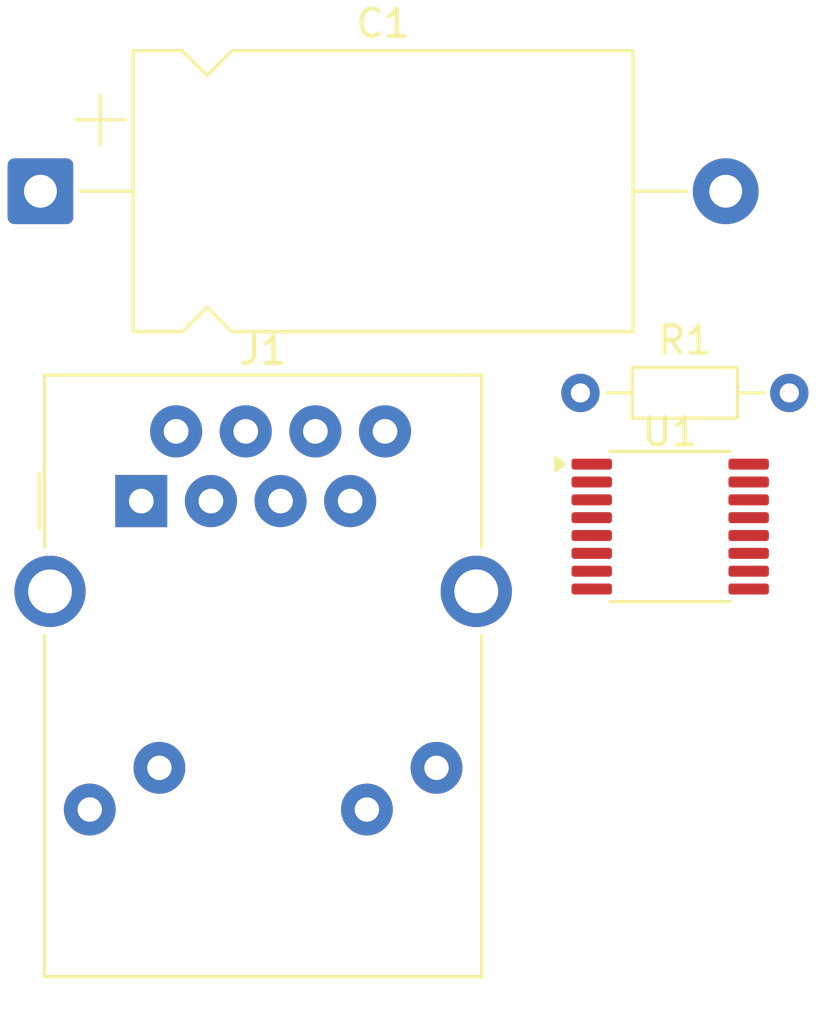
<source format=kicad_pcb>
(kicad_pcb (version 20241229) (generator "pcbnew") (generator_version "9.0")
  (layers (0 "F.Cu" signal) (2 "B.Cu" signal) (13 "F.Paste" user) (15 "B.Paste" user) (5 "F.SilkS" user "F.Silkscreen") (7 "B.SilkS" user "B.Silkscreen") (1 "F.Mask" user) (3 "B.Mask" user) (25 "Edge.Cuts" user))
  (net 0 "")
  (footprint "Connector_RJ:RJ45_Amphenol_RJMG1BD3B8K1ANR" (layer "F.Cu") (at 101.6675 72.995)
    (property "Reference" "J1" (at 4.445 -5.49 0) (layer "F.SilkS"))
    (property "Value" "8P8C_LED")
    (fp_line (start -3.73 -1) (end -3.73 1) (stroke (width 0.12)) (layer "F.SilkS"))
    (fp_line (start -3.53 -4.59) (end 12.42 -4.59) (stroke (width 0.12)) (layer "F.SilkS"))
    (fp_line (start -3.53 1.69) (end -3.53 -4.59) (stroke (width 0.12)) (layer "F.SilkS"))
    (fp_line (start -3.53 17.33) (end -3.53 4.89) (stroke (width 0.12)) (layer "F.SilkS"))
    (fp_line (start 12.42 -4.59) (end 12.42 1.69) (stroke (width 0.12)) (layer "F.SilkS"))
    (fp_line (start 12.42 4.89) (end 12.42 17.33) (stroke (width 0.12)) (layer "F.SilkS"))
    (fp_line (start 12.42 17.33) (end -3.53 17.33) (stroke (width 0.12)) (layer "F.SilkS"))
    (pad "" np_thru_hole circle (at -1.27 6.34) (size 3.25 3.25) (drill 3.25) (layers "*.Cu" "*.Mask"))
    (pad "" np_thru_hole circle (at 10.16 6.34) (size 3.25 3.25) (drill 3.25) (layers "*.Cu" "*.Mask"))
    (pad "L1" thru_hole circle (at 10.77 9.72) (size 1.89 1.89) (drill 0.89) (layers "*.Cu" "*.Mask"))
    (pad "L2" thru_hole circle (at 8.23 11.24) (size 1.89 1.89) (drill 0.89) (layers "*.Cu" "*.Mask"))
    (pad "L3" thru_hole circle (at 0.66 9.72) (size 1.89 1.89) (drill 0.89) (layers "*.Cu" "*.Mask"))
    (pad "L4" thru_hole circle (at -1.88 11.24) (size 1.89 1.89) (drill 0.89) (layers "*.Cu" "*.Mask"))
    (pad "R1" thru_hole rect (at 0 0) (size 1.9 1.9) (drill 0.9) (layers "*.Cu" "*.Mask"))
    (pad "R2" thru_hole circle (at 1.27 -2.54) (size 1.9 1.9) (drill 0.9) (layers "*.Cu" "*.Mask"))
    (pad "R3" thru_hole circle (at 2.54 0) (size 1.9 1.9) (drill 0.9) (layers "*.Cu" "*.Mask"))
    (pad "R4" thru_hole circle (at 3.81 -2.54) (size 1.9 1.9) (drill 0.9) (layers "*.Cu" "*.Mask"))
    (pad "R5" thru_hole circle (at 5.08 0) (size 1.9 1.9) (drill 0.9) (layers "*.Cu" "*.Mask"))
    (pad "R6" thru_hole circle (at 6.35 -2.54) (size 1.9 1.9) (drill 0.9) (layers "*.Cu" "*.Mask"))
    (pad "R7" thru_hole circle (at 7.62 0) (size 1.9 1.9) (drill 0.9) (layers "*.Cu" "*.Mask"))
    (pad "R8" thru_hole circle (at 8.89 -2.54) (size 1.9 1.9) (drill 0.9) (layers "*.Cu" "*.Mask"))
    (pad "SH" thru_hole circle (at -3.33 3.29) (size 2.6 2.6) (drill 1.6) (layers "*.Cu" "*.Mask"))
    (pad "SH" thru_hole circle (at 12.22 3.29) (size 2.6 2.6) (drill 1.6) (layers "*.Cu" "*.Mask"))
  )
  (footprint "Capacitor_THT:CP_Axial_L18.0mm_D10.0mm_P25.00mm_Horizontal" (layer "F.Cu") (at 97.9875 61.705)
    (property "Reference" "C1" (at 12.5 -6.12 0) (layer "F.SilkS"))
    (property "Value" "C")
    (fp_line (start 1.28 -2.6) (end 3.08 -2.6) (stroke (width 0.12)) (layer "F.SilkS"))
    (fp_line (start 1.44 0) (end 3.38 0) (stroke (width 0.12)) (layer "F.SilkS"))
    (fp_line (start 2.18 -3.5) (end 2.18 -1.7) (stroke (width 0.12)) (layer "F.SilkS"))
    (fp_line (start 3.38 -5.12) (end 3.38 5.12) (stroke (width 0.12)) (layer "F.SilkS"))
    (fp_line (start 3.38 -5.12) (end 5.18 -5.12) (stroke (width 0.12)) (layer "F.SilkS"))
    (fp_line (start 3.38 5.12) (end 5.18 5.12) (stroke (width 0.12)) (layer "F.SilkS"))
    (fp_line (start 5.18 -5.12) (end 6.08 -4.22) (stroke (width 0.12)) (layer "F.SilkS"))
    (fp_line (start 5.18 5.12) (end 6.08 4.22) (stroke (width 0.12)) (layer "F.SilkS"))
    (fp_line (start 6.08 -4.22) (end 6.98 -5.12) (stroke (width 0.12)) (layer "F.SilkS"))
    (fp_line (start 6.08 4.22) (end 6.98 5.12) (stroke (width 0.12)) (layer "F.SilkS"))
    (fp_line (start 6.98 -5.12) (end 21.62 -5.12) (stroke (width 0.12)) (layer "F.SilkS"))
    (fp_line (start 6.98 5.12) (end 21.62 5.12) (stroke (width 0.12)) (layer "F.SilkS"))
    (fp_line (start 21.62 -5.12) (end 21.62 5.12) (stroke (width 0.12)) (layer "F.SilkS"))
    (fp_line (start 23.56 0) (end 21.62 0) (stroke (width 0.12)) (layer "F.SilkS"))
    (pad "1" thru_hole roundrect (at 0 0) (size 2.4 2.4) (drill 1.2) (layers "*.Cu" "*.Mask") (roundrect_rratio 0.104167))
    (pad "2" thru_hole circle (at 25 0) (size 2.4 2.4) (drill 1.2) (layers "*.Cu" "*.Mask"))
  )
  (footprint "Resistor_THT:R_Axial_DIN0204_L3.6mm_D1.6mm_P7.62mm_Horizontal" (layer "F.Cu") (at 117.6875 69.055)
    (property "Reference" "R1" (at 3.81 -1.92 0) (layer "F.SilkS"))
    (property "Value" "R_US")
    (fp_line (start 0.94 0) (end 1.89 0) (stroke (width 0.12)) (layer "F.SilkS"))
    (fp_line (start 6.68 0) (end 5.73 0) (stroke (width 0.12)) (layer "F.SilkS"))
    (fp_rect (start 1.89 -0.92) (end 5.73 0.92) (stroke (width 0.12)) (fill no) (layer "F.SilkS"))
    (pad "1" thru_hole circle (at 0 0) (size 1.4 1.4) (drill 0.7) (layers "*.Cu" "*.Mask"))
    (pad "2" thru_hole circle (at 7.62 0) (size 1.4 1.4) (drill 0.7) (layers "*.Cu" "*.Mask"))
  )
  (footprint "Package_SO:TSSOP-16_4.4x5mm_P0.65mm" (layer "F.Cu") (at 120.9625 73.925)
    (property "Reference" "U1" (at 0 -3.45 0) (layer "F.SilkS"))
    (property "Value" "AD7745")
    (fp_line (start 0 -2.735) (end -2.2 -2.735) (stroke (width 0.12)) (layer "F.SilkS"))
    (fp_line (start 0 -2.735) (end 2.2 -2.735) (stroke (width 0.12)) (layer "F.SilkS"))
    (fp_line (start 0 2.735) (end -2.2 2.735) (stroke (width 0.12)) (layer "F.SilkS"))
    (fp_line (start 0 2.735) (end 2.2 2.735) (stroke (width 0.12)) (layer "F.SilkS"))
    (fp_poly (pts (xy -3.86 -2.275) (xy -4.19 -2.035) (xy -4.19 -2.515)) (stroke (width 0.12)) (fill yes) (layer "F.SilkS"))
    (pad "1" smd roundrect (at -2.8625 -2.275) (size 1.475 0.4) (layers "F.Cu" "F.Mask" "F.Paste"))
    (pad "2" smd roundrect (at -2.8625 -1.625) (size 1.475 0.4) (layers "F.Cu" "F.Mask" "F.Paste"))
    (pad "3" smd roundrect (at -2.8625 -0.975) (size 1.475 0.4) (layers "F.Cu" "F.Mask" "F.Paste"))
    (pad "4" smd roundrect (at -2.8625 -0.325) (size 1.475 0.4) (layers "F.Cu" "F.Mask" "F.Paste"))
    (pad "5" smd roundrect (at -2.8625 0.325) (size 1.475 0.4) (layers "F.Cu" "F.Mask" "F.Paste"))
    (pad "6" smd roundrect (at -2.8625 0.975) (size 1.475 0.4) (layers "F.Cu" "F.Mask" "F.Paste"))
    (pad "7" smd roundrect (at -2.8625 1.625) (size 1.475 0.4) (layers "F.Cu" "F.Mask" "F.Paste"))
    (pad "8" smd roundrect (at -2.8625 2.275) (size 1.475 0.4) (layers "F.Cu" "F.Mask" "F.Paste"))
    (pad "9" smd roundrect (at 2.8625 2.275) (size 1.475 0.4) (layers "F.Cu" "F.Mask" "F.Paste"))
    (pad "10" smd roundrect (at 2.8625 1.625) (size 1.475 0.4) (layers "F.Cu" "F.Mask" "F.Paste"))
    (pad "11" smd roundrect (at 2.8625 0.975) (size 1.475 0.4) (layers "F.Cu" "F.Mask" "F.Paste"))
    (pad "12" smd roundrect (at 2.8625 0.325) (size 1.475 0.4) (layers "F.Cu" "F.Mask" "F.Paste"))
    (pad "13" smd roundrect (at 2.8625 -0.325) (size 1.475 0.4) (layers "F.Cu" "F.Mask" "F.Paste"))
    (pad "14" smd roundrect (at 2.8625 -0.975) (size 1.475 0.4) (layers "F.Cu" "F.Mask" "F.Paste"))
    (pad "15" smd roundrect (at 2.8625 -1.625) (size 1.475 0.4) (layers "F.Cu" "F.Mask" "F.Paste"))
    (pad "16" smd roundrect (at 2.8625 -2.275) (size 1.475 0.4) (layers "F.Cu" "F.Mask" "F.Paste"))
  )
)
</source>
